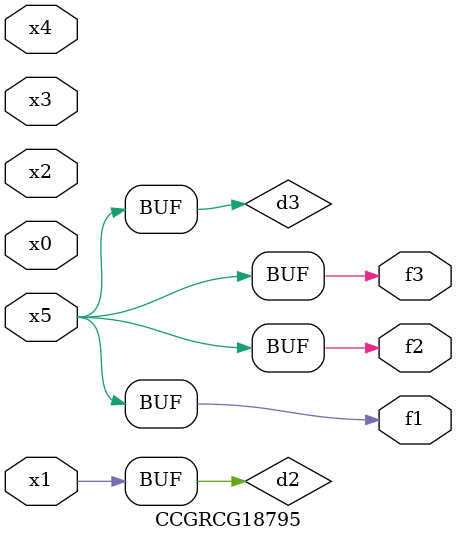
<source format=v>
module CCGRCG18795(
	input x0, x1, x2, x3, x4, x5,
	output f1, f2, f3
);

	wire d1, d2, d3;

	not (d1, x5);
	or (d2, x1);
	xnor (d3, d1);
	assign f1 = d3;
	assign f2 = d3;
	assign f3 = d3;
endmodule

</source>
